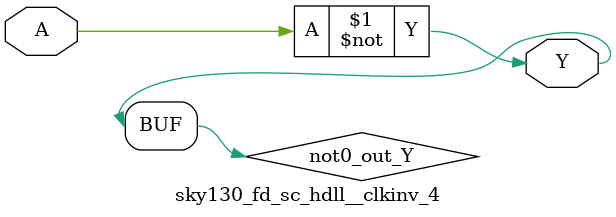
<source format=v>
/*
 * Copyright 2020 The SkyWater PDK Authors
 *
 * Licensed under the Apache License, Version 2.0 (the "License");
 * you may not use this file except in compliance with the License.
 * You may obtain a copy of the License at
 *
 *     https://www.apache.org/licenses/LICENSE-2.0
 *
 * Unless required by applicable law or agreed to in writing, software
 * distributed under the License is distributed on an "AS IS" BASIS,
 * WITHOUT WARRANTIES OR CONDITIONS OF ANY KIND, either express or implied.
 * See the License for the specific language governing permissions and
 * limitations under the License.
 *
 * SPDX-License-Identifier: Apache-2.0
*/


`ifndef SKY130_FD_SC_HDLL__CLKINV_4_FUNCTIONAL_V
`define SKY130_FD_SC_HDLL__CLKINV_4_FUNCTIONAL_V

/**
 * clkinv: Clock tree inverter.
 *
 * Verilog simulation functional model.
 */

`timescale 1ns / 1ps
`default_nettype none

`celldefine
module sky130_fd_sc_hdll__clkinv_4 (
    Y,
    A
);

    // Module ports
    output Y;
    input  A;

    // Local signals
    wire not0_out_Y;

    //  Name  Output      Other arguments
    not not0 (not0_out_Y, A              );
    buf buf0 (Y         , not0_out_Y     );

endmodule
`endcelldefine

`default_nettype wire
`endif  // SKY130_FD_SC_HDLL__CLKINV_4_FUNCTIONAL_V

</source>
